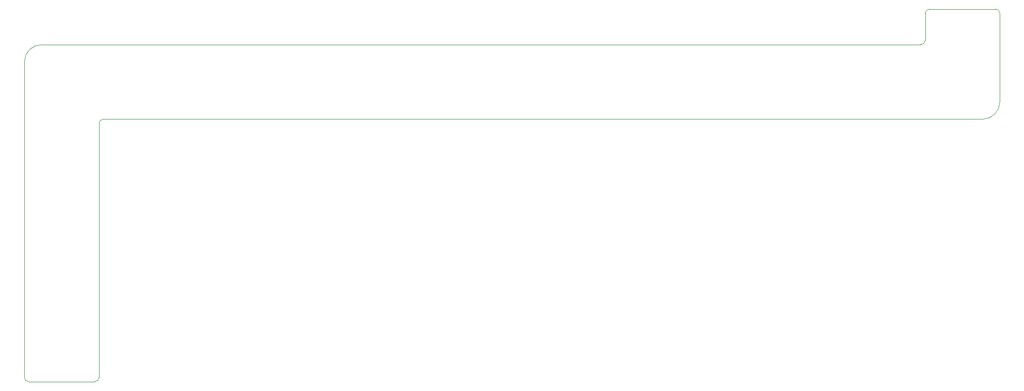
<source format=gm1>
G04 #@! TF.GenerationSoftware,KiCad,Pcbnew,8.0.0*
G04 #@! TF.CreationDate,2024-03-09T16:45:53+00:00*
G04 #@! TF.ProjectId,ibm-model-m-flex-ribbon-cable,69626d2d-6d6f-4646-956c-2d6d2d666c65,rev?*
G04 #@! TF.SameCoordinates,Original*
G04 #@! TF.FileFunction,Profile,NP*
%FSLAX46Y46*%
G04 Gerber Fmt 4.6, Leading zero omitted, Abs format (unit mm)*
G04 Created by KiCad (PCBNEW 8.0.0) date 2024-03-09 16:45:53*
%MOMM*%
%LPD*%
G01*
G04 APERTURE LIST*
G04 #@! TA.AperFunction,Profile*
%ADD10C,0.010000*%
G04 #@! TD*
G04 APERTURE END LIST*
D10*
X70700000Y-116650000D02*
G75*
G02*
X69950000Y-115900000I0J750000D01*
G01*
X226950000Y-57150000D02*
G75*
G02*
X226200000Y-57900000I-750000J0D01*
G01*
X226950000Y-52450000D02*
G75*
G02*
X227700000Y-51700000I750000J0D01*
G01*
X82950000Y-71650000D02*
G75*
G02*
X83700000Y-70900000I750000J0D01*
G01*
X70700000Y-116650000D02*
X82200000Y-116650000D01*
X82950000Y-115900000D02*
G75*
G02*
X82200000Y-116650000I-750000J0D01*
G01*
X69950000Y-60900000D02*
G75*
G02*
X72950000Y-57900000I3000000J0D01*
G01*
X226950000Y-52450000D02*
X226950000Y-57150000D01*
X239950000Y-67900000D02*
X239950000Y-52450000D01*
X83700000Y-70900000D02*
X236950000Y-70900000D01*
X239200000Y-51700000D02*
G75*
G02*
X239950000Y-52450000I0J-750000D01*
G01*
X227700000Y-51700000D02*
X239200000Y-51700000D01*
X82950000Y-115900000D02*
X82950000Y-71650000D01*
X239950000Y-67900000D02*
G75*
G02*
X236950000Y-70900000I-3000000J0D01*
G01*
X226200000Y-57900000D02*
X72950000Y-57900000D01*
X69950000Y-60900000D02*
X69950000Y-115900000D01*
M02*

</source>
